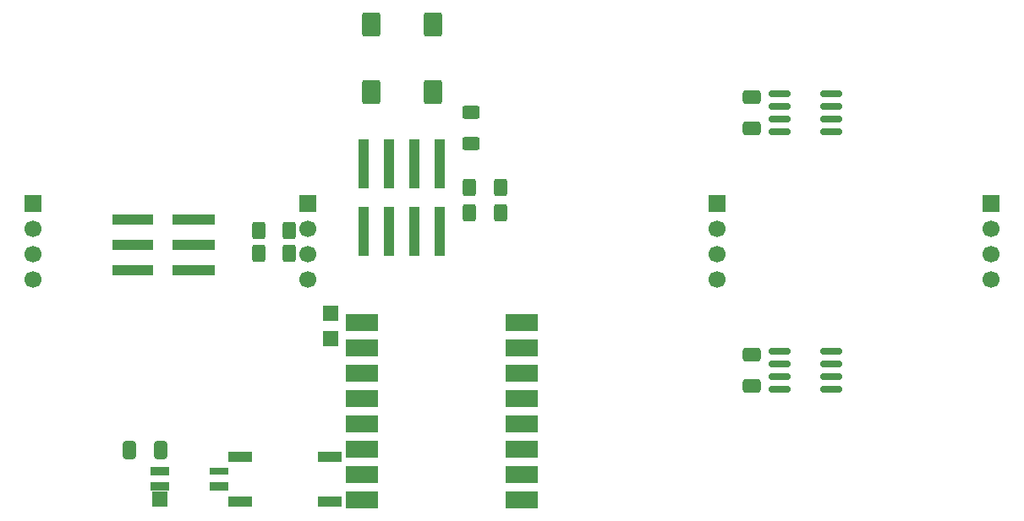
<source format=gbr>
%TF.GenerationSoftware,KiCad,Pcbnew,9.0.4*%
%TF.CreationDate,2025-12-19T12:52:20+01:00*%
%TF.ProjectId,malibotti,6d616c69-626f-4747-9469-2e6b69636164,rev?*%
%TF.SameCoordinates,Original*%
%TF.FileFunction,Soldermask,Bot*%
%TF.FilePolarity,Negative*%
%FSLAX46Y46*%
G04 Gerber Fmt 4.6, Leading zero omitted, Abs format (unit mm)*
G04 Created by KiCad (PCBNEW 9.0.4) date 2025-12-19 12:52:20*
%MOMM*%
%LPD*%
G01*
G04 APERTURE LIST*
G04 Aperture macros list*
%AMRoundRect*
0 Rectangle with rounded corners*
0 $1 Rounding radius*
0 $2 $3 $4 $5 $6 $7 $8 $9 X,Y pos of 4 corners*
0 Add a 4 corners polygon primitive as box body*
4,1,4,$2,$3,$4,$5,$6,$7,$8,$9,$2,$3,0*
0 Add four circle primitives for the rounded corners*
1,1,$1+$1,$2,$3*
1,1,$1+$1,$4,$5*
1,1,$1+$1,$6,$7*
1,1,$1+$1,$8,$9*
0 Add four rect primitives between the rounded corners*
20,1,$1+$1,$2,$3,$4,$5,0*
20,1,$1+$1,$4,$5,$6,$7,0*
20,1,$1+$1,$6,$7,$8,$9,0*
20,1,$1+$1,$8,$9,$2,$3,0*%
G04 Aperture macros list end*
%ADD10R,1.700000X1.700000*%
%ADD11C,1.700000*%
%ADD12RoundRect,0.250000X0.650000X-0.950000X0.650000X0.950000X-0.650000X0.950000X-0.650000X-0.950000X0*%
%ADD13R,1.008000X4.892000*%
%ADD14R,1.000000X4.892000*%
%ADD15R,1.500000X1.500000*%
%ADD16RoundRect,0.250000X0.650000X-0.412500X0.650000X0.412500X-0.650000X0.412500X-0.650000X-0.412500X0*%
%ADD17R,4.130000X1.008000*%
%ADD18R,4.257000X1.008000*%
%ADD19R,4.130000X1.000000*%
%ADD20R,4.257000X1.000000*%
%ADD21RoundRect,0.250000X-0.400000X-0.625000X0.400000X-0.625000X0.400000X0.625000X-0.400000X0.625000X0*%
%ADD22RoundRect,0.250000X0.400000X0.625000X-0.400000X0.625000X-0.400000X-0.625000X0.400000X-0.625000X0*%
%ADD23RoundRect,0.250000X0.412500X0.650000X-0.412500X0.650000X-0.412500X-0.650000X0.412500X-0.650000X0*%
%ADD24RoundRect,0.102000X-1.512500X-0.762000X1.512500X-0.762000X1.512500X0.762000X-1.512500X0.762000X0*%
%ADD25RoundRect,0.150000X-0.950000X-0.150000X0.950000X-0.150000X0.950000X0.150000X-0.950000X0.150000X0*%
%ADD26RoundRect,0.250000X-0.625000X0.400000X-0.625000X-0.400000X0.625000X-0.400000X0.625000X0.400000X0*%
%ADD27RoundRect,0.082000X0.868000X-0.328000X0.868000X0.328000X-0.868000X0.328000X-0.868000X-0.328000X0*%
%ADD28RoundRect,0.086000X0.864000X-0.344000X0.864000X0.344000X-0.864000X0.344000X-0.864000X-0.344000X0*%
%ADD29RoundRect,0.076000X0.874000X-0.304000X0.874000X0.304000X-0.874000X0.304000X-0.874000X-0.304000X0*%
%ADD30RoundRect,0.220000X1.005000X0.330000X-1.005000X0.330000X-1.005000X-0.330000X1.005000X-0.330000X0*%
G04 APERTURE END LIST*
D10*
%TO.C,J6*%
X129550000Y-96200000D03*
D11*
X129550000Y-98740000D03*
X129550000Y-101280000D03*
X129550000Y-103820000D03*
%TD*%
D10*
%TO.C,J5*%
X102050000Y-96200000D03*
D11*
X102050000Y-98740000D03*
X102050000Y-101280000D03*
X102050000Y-103820000D03*
%TD*%
D12*
%TO.C,BZ1*%
X135925000Y-78225000D03*
X142075000Y-78225000D03*
X135925000Y-84975000D03*
X142075000Y-84975000D03*
%TD*%
D13*
%TO.C,J2*%
X142806000Y-98996000D03*
X142806000Y-92204000D03*
D14*
X140270000Y-98996000D03*
D13*
X140274000Y-92204000D03*
X137726000Y-98996000D03*
X137734000Y-92204000D03*
X135186000Y-98996000D03*
X135194000Y-92204000D03*
%TD*%
D10*
%TO.C,J3*%
X170525000Y-96180000D03*
D11*
X170525000Y-98720000D03*
X170525000Y-101260000D03*
X170525000Y-103800000D03*
%TD*%
D15*
%TO.C,J8*%
X131900000Y-107200000D03*
%TD*%
D16*
%TO.C,C1*%
X174000000Y-114462500D03*
X174000000Y-111337500D03*
%TD*%
D17*
%TO.C,J1*%
X112085000Y-102836000D03*
D18*
X118178500Y-102836000D03*
D19*
X112085000Y-100300000D03*
D18*
X118178500Y-100296000D03*
D19*
X112085000Y-97760000D03*
D20*
X118178500Y-97760000D03*
%TD*%
D10*
%TO.C,J4*%
X198025000Y-96180000D03*
D11*
X198025000Y-98720000D03*
X198025000Y-101260000D03*
X198025000Y-103800000D03*
%TD*%
D21*
%TO.C,R3*%
X145750000Y-94600000D03*
X148850000Y-94600000D03*
%TD*%
D22*
%TO.C,R5*%
X127750000Y-98900000D03*
X124650000Y-98900000D03*
%TD*%
%TO.C,R6*%
X127750000Y-101200000D03*
X124650000Y-101200000D03*
%TD*%
D15*
%TO.C,J7*%
X114800000Y-125800000D03*
%TD*%
D23*
%TO.C,C3*%
X114862500Y-120900000D03*
X111737500Y-120900000D03*
%TD*%
D24*
%TO.C,U1*%
X150985000Y-108120000D03*
X150985000Y-110660000D03*
X150985000Y-113200000D03*
X150985000Y-115740000D03*
X150985000Y-120820000D03*
X150985000Y-118280000D03*
X135015000Y-125900000D03*
X150985000Y-125900000D03*
X135015000Y-123360000D03*
X135015000Y-120820000D03*
X135015000Y-118280000D03*
X135015000Y-115740000D03*
X135015000Y-113200000D03*
X135015000Y-110660000D03*
X135015000Y-108120000D03*
X150985000Y-123360000D03*
%TD*%
D15*
%TO.C,J9*%
X131900000Y-109723250D03*
%TD*%
D25*
%TO.C,U3*%
X176800000Y-114805000D03*
X176800000Y-113535000D03*
X176800000Y-112265000D03*
X176800000Y-110995000D03*
X182000000Y-110995000D03*
X182000000Y-112265000D03*
X182000000Y-113535000D03*
X182000000Y-114805000D03*
%TD*%
D16*
%TO.C,C2*%
X174000000Y-88662500D03*
X174000000Y-85537500D03*
%TD*%
D21*
%TO.C,R4*%
X145750000Y-97100000D03*
X148850000Y-97100000D03*
%TD*%
D26*
%TO.C,R2*%
X145900000Y-87050000D03*
X145900000Y-90150000D03*
%TD*%
D25*
%TO.C,U2*%
X176800000Y-89005000D03*
X176800000Y-87735000D03*
X176800000Y-86465000D03*
X176800000Y-85195000D03*
X182000000Y-85195000D03*
X182000000Y-86465000D03*
X182000000Y-87735000D03*
X182000000Y-89005000D03*
%TD*%
D27*
%TO.C,D21*%
X114750000Y-123050000D03*
D28*
X114750000Y-124530000D03*
D27*
X120650000Y-124550000D03*
D29*
X120650000Y-123020000D03*
%TD*%
D30*
%TO.C,SW8*%
X131775000Y-121550000D03*
X122825000Y-121550000D03*
X131775000Y-126050000D03*
X122825000Y-126050000D03*
%TD*%
M02*

</source>
